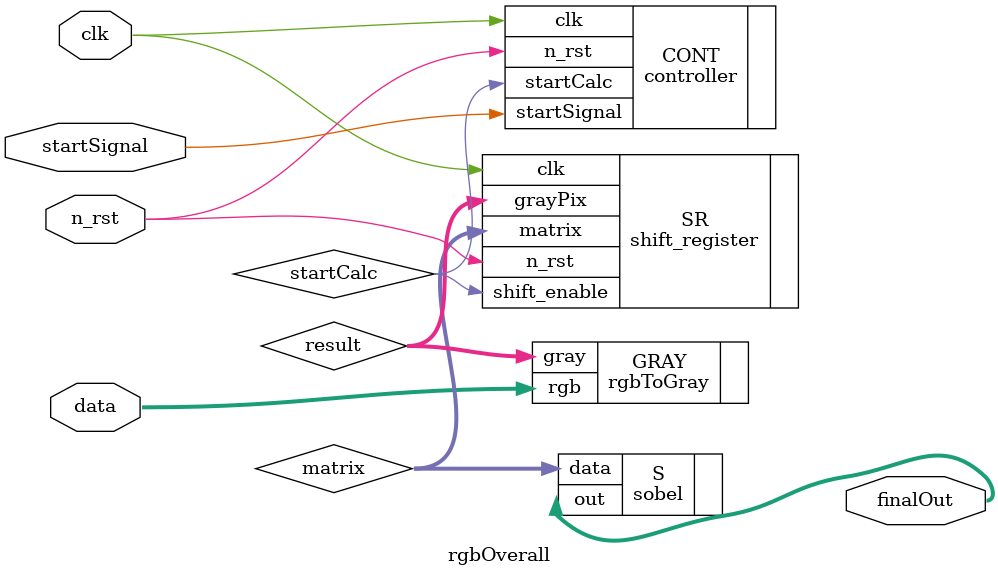
<source format=sv>


module rgbOverall(
	input wire clk,
	input wire n_rst,
	input wire [23:0]data,
	input wire startSignal,
	output wire [7:0]finalOut
);
reg startCalc;
reg [71:0] matrix;
reg [7:0] result;


controller CONT(
.clk(clk),
.n_rst(n_rst),
.startSignal(startSignal),
.startCalc(startCalc)
);


rgbToGray GRAY(
.rgb(data),
.gray(result)
);


shift_register SR(
.clk(clk),
.n_rst(n_rst),
.shift_enable(startCalc),
.grayPix(result),
.matrix(matrix)
);


sobel S(
.data(matrix),
.out(finalOut)
);


endmodule  
</source>
